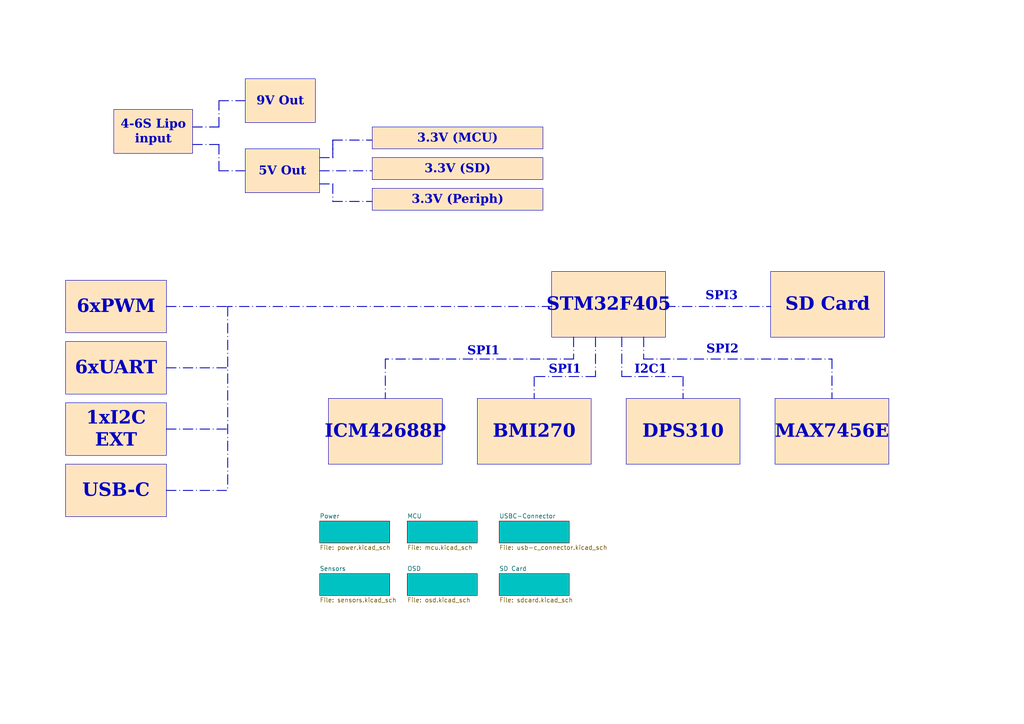
<source format=kicad_sch>
(kicad_sch
	(version 20250114)
	(generator "eeschema")
	(generator_version "9.0")
	(uuid "a576fc16-d878-4fc8-ad99-3104f7acc4db")
	(paper "A4")
	(title_block
		(title "Block Diagram")
		(date "2025-05-23")
		(rev "Rev1")
	)
	(lib_symbols)
	(text "SPI3\n"
		(exclude_from_sim no)
		(at 209.296 86.614 0)
		(effects
			(font
				(face "Times New Roman")
				(size 2.54 2.54)
				(bold yes)
			)
		)
		(uuid "21531f38-cd3f-48d1-8180-ab29d0d3445c")
	)
	(text "I2C1"
		(exclude_from_sim no)
		(at 188.722 107.95 0)
		(effects
			(font
				(face "Times New Roman")
				(size 2.54 2.54)
				(bold yes)
			)
		)
		(uuid "285b6483-d1b4-4af4-8899-3cd4aa0a5698")
	)
	(text "SPI1"
		(exclude_from_sim no)
		(at 163.83 107.95 0)
		(effects
			(font
				(face "Times New Roman")
				(size 2.54 2.54)
				(bold yes)
			)
		)
		(uuid "41eb85e2-37d7-4905-8727-2471ffac70ab")
	)
	(text "SPI1"
		(exclude_from_sim no)
		(at 140.208 102.616 0)
		(effects
			(font
				(face "Times New Roman")
				(size 2.54 2.54)
				(bold yes)
			)
		)
		(uuid "b4d7ff9d-b280-4363-9b41-383fb881c899")
	)
	(text "SPI2\n"
		(exclude_from_sim no)
		(at 209.55 102.108 0)
		(effects
			(font
				(face "Times New Roman")
				(size 2.54 2.54)
				(bold yes)
			)
		)
		(uuid "f8c75ff3-3675-43eb-82b6-cef1e26b1514")
	)
	(text_box "DPS310"
		(exclude_from_sim no)
		(at 181.61 115.57 0)
		(size 33.02 19.05)
		(margins 0.9525 0.9525 0.9525 0.9525)
		(stroke
			(width 0)
			(type solid)
		)
		(fill
			(type color)
			(color 255 229 191 1)
		)
		(effects
			(font
				(face "Times New Roman")
				(size 3.81 3.81)
				(bold yes)
			)
		)
		(uuid "031fd479-8875-473d-b710-d70af09ce6f9")
	)
	(text_box "5V Out\n"
		(exclude_from_sim no)
		(at 71.12 43.18 0)
		(size 21.59 12.7)
		(margins 0.9525 0.9525 0.9525 0.9525)
		(stroke
			(width 0)
			(type solid)
		)
		(fill
			(type color)
			(color 255 229 191 1)
		)
		(effects
			(font
				(face "Times New Roman")
				(size 2.54 2.54)
				(thickness 0.508)
				(bold yes)
			)
		)
		(uuid "1cc9f7da-5a71-4f25-bbcd-047206c85235")
	)
	(text_box "1xI2C EXT"
		(exclude_from_sim no)
		(at 19.05 116.84 0)
		(size 29.21 15.24)
		(margins 0.9525 0.9525 0.9525 0.9525)
		(stroke
			(width 0)
			(type solid)
		)
		(fill
			(type color)
			(color 255 229 191 1)
		)
		(effects
			(font
				(face "Times New Roman")
				(size 3.81 3.81)
				(bold yes)
			)
		)
		(uuid "33a13c86-f93c-4da6-97bf-8331c93031df")
	)
	(text_box "SD Card"
		(exclude_from_sim no)
		(at 223.52 78.74 0)
		(size 33.02 19.05)
		(margins 0.9525 0.9525 0.9525 0.9525)
		(stroke
			(width 0)
			(type solid)
		)
		(fill
			(type color)
			(color 255 229 191 1)
		)
		(effects
			(font
				(face "Times New Roman")
				(size 3.81 3.81)
				(bold yes)
			)
		)
		(uuid "35789491-ed00-407c-a29e-fcdfe9be1f60")
	)
	(text_box "6xPWM"
		(exclude_from_sim no)
		(at 19.05 81.28 0)
		(size 29.21 15.24)
		(margins 0.9525 0.9525 0.9525 0.9525)
		(stroke
			(width 0)
			(type solid)
		)
		(fill
			(type color)
			(color 255 229 191 1)
		)
		(effects
			(font
				(face "Times New Roman")
				(size 3.81 3.81)
				(bold yes)
			)
		)
		(uuid "415512cf-a226-4acc-9036-7082a0eedd49")
	)
	(text_box "9V Out\n"
		(exclude_from_sim no)
		(at 71.12 22.86 0)
		(size 20.32 12.7)
		(margins 0.9525 0.9525 0.9525 0.9525)
		(stroke
			(width 0)
			(type solid)
		)
		(fill
			(type color)
			(color 255 229 191 1)
		)
		(effects
			(font
				(face "Times New Roman")
				(size 2.54 2.54)
				(thickness 0.508)
				(bold yes)
			)
		)
		(uuid "5efec5ee-a502-4053-bf1b-74343e983474")
	)
	(text_box "MAX7456E"
		(exclude_from_sim no)
		(at 224.79 115.57 0)
		(size 33.02 19.05)
		(margins 0.9525 0.9525 0.9525 0.9525)
		(stroke
			(width 0)
			(type solid)
		)
		(fill
			(type color)
			(color 255 229 191 1)
		)
		(effects
			(font
				(face "Times New Roman")
				(size 3.81 3.81)
				(bold yes)
			)
		)
		(uuid "67103dca-7407-40f1-a4f8-6640788997bc")
	)
	(text_box "3.3V (MCU)\n"
		(exclude_from_sim no)
		(at 107.95 36.83 0)
		(size 49.53 6.35)
		(margins 0.9525 0.9525 0.9525 0.9525)
		(stroke
			(width 0)
			(type solid)
		)
		(fill
			(type color)
			(color 255 229 191 1)
		)
		(effects
			(font
				(face "Times New Roman")
				(size 2.54 2.54)
				(thickness 0.508)
				(bold yes)
			)
		)
		(uuid "76956caa-3b8b-4b43-98ab-5fdf84b299b4")
	)
	(text_box "3.3V (Periph)\n"
		(exclude_from_sim no)
		(at 107.95 54.61 0)
		(size 49.53 6.35)
		(margins 0.9525 0.9525 0.9525 0.9525)
		(stroke
			(width 0)
			(type solid)
		)
		(fill
			(type color)
			(color 255 229 191 1)
		)
		(effects
			(font
				(face "Times New Roman")
				(size 2.54 2.54)
				(thickness 0.508)
				(bold yes)
			)
		)
		(uuid "7e3375ae-2b2d-453d-ab33-a8d63517051a")
	)
	(text_box "SpeedyBee F4V4 Clone\n\nSTM32F405\nICM42688P\nDPS310\nAT7456E OSD\n------------\n9xPWM\n1xRC INPUT\n6xSERIAL PORTS\n1xI2C EXT\nMicro SD Card\n4 in 1 ESC connector\nUSB-C connector\n-----------------\n9V ~ 25V DC input power (3S-6S)\n5V 2A BEC for peripheral\n9V 2A for Video"
		(exclude_from_sim no)
		(at 311.15 26.67 0)
		(size 81.28 80.01)
		(margins 0.9525 0.9525 0.9525 0.9525)
		(stroke
			(width 0)
			(type solid)
		)
		(fill
			(type none)
		)
		(effects
			(font
				(size 2.54 2.54)
			)
			(justify left top)
		)
		(uuid "92b3eb71-facf-4d4e-97f9-e214e11f8c0d")
	)
	(text_box "6xUART"
		(exclude_from_sim no)
		(at 19.05 99.06 0)
		(size 29.21 15.24)
		(margins 0.9525 0.9525 0.9525 0.9525)
		(stroke
			(width 0)
			(type solid)
		)
		(fill
			(type color)
			(color 255 229 191 1)
		)
		(effects
			(font
				(face "Times New Roman")
				(size 3.81 3.81)
				(bold yes)
			)
		)
		(uuid "9d2e859a-f181-4dee-880c-a05a86b51a01")
	)
	(text_box "USB-C "
		(exclude_from_sim no)
		(at 19.05 134.62 0)
		(size 29.21 15.24)
		(margins 0.9525 0.9525 0.9525 0.9525)
		(stroke
			(width 0)
			(type solid)
		)
		(fill
			(type color)
			(color 255 229 191 1)
		)
		(effects
			(font
				(face "Times New Roman")
				(size 3.81 3.81)
				(bold yes)
			)
		)
		(uuid "beaac202-e758-4a30-94b3-5f1e46e47438")
	)
	(text_box "STM32F405"
		(exclude_from_sim no)
		(at 160.02 78.74 0)
		(size 33.02 19.05)
		(margins 0.9525 0.9525 0.9525 0.9525)
		(stroke
			(width 0)
			(type solid)
		)
		(fill
			(type color)
			(color 255 229 191 1)
		)
		(effects
			(font
				(face "Times New Roman")
				(size 3.81 3.81)
				(bold yes)
			)
		)
		(uuid "bf8244b6-791e-4c0e-88e2-f33e9c60c69c")
	)
	(text_box "4-6S Lipo input\n"
		(exclude_from_sim no)
		(at 33.02 31.75 0)
		(size 22.86 12.7)
		(margins 0.9525 0.9525 0.9525 0.9525)
		(stroke
			(width 0)
			(type solid)
		)
		(fill
			(type color)
			(color 255 229 191 1)
		)
		(effects
			(font
				(face "Times New Roman")
				(size 2.54 2.54)
				(thickness 0.508)
				(bold yes)
			)
		)
		(uuid "d75381a0-a9ea-430e-81e7-b2460a2085c5")
	)
	(text_box "BMI270"
		(exclude_from_sim no)
		(at 138.43 115.57 0)
		(size 33.02 19.05)
		(margins 0.9525 0.9525 0.9525 0.9525)
		(stroke
			(width 0)
			(type solid)
		)
		(fill
			(type color)
			(color 255 229 191 1)
		)
		(effects
			(font
				(face "Times New Roman")
				(size 3.81 3.81)
				(bold yes)
			)
		)
		(uuid "d9f87323-81b0-405b-959a-63b9c6a81b4b")
	)
	(text_box "ICM42688P"
		(exclude_from_sim no)
		(at 95.25 115.57 0)
		(size 33.02 19.05)
		(margins 0.9525 0.9525 0.9525 0.9525)
		(stroke
			(width 0)
			(type solid)
		)
		(fill
			(type color)
			(color 255 229 191 1)
		)
		(effects
			(font
				(face "Times New Roman")
				(size 3.81 3.81)
				(bold yes)
			)
		)
		(uuid "de667f59-bb40-4c98-95d7-b18eb77f2912")
	)
	(text_box "3.3V (SD)"
		(exclude_from_sim no)
		(at 107.95 45.72 0)
		(size 49.53 6.35)
		(margins 0.9525 0.9525 0.9525 0.9525)
		(stroke
			(width 0)
			(type solid)
		)
		(fill
			(type color)
			(color 255 229 191 1)
		)
		(effects
			(font
				(face "Times New Roman")
				(size 2.54 2.54)
				(thickness 0.508)
				(bold yes)
			)
		)
		(uuid "f1d369e6-f584-4f08-b816-fd759fa62644")
	)
	(polyline
		(pts
			(xy 66.04 88.9) (xy 66.04 142.24)
		)
		(stroke
			(width 0.254)
			(type dash_dot)
		)
		(uuid "09a32188-6db9-4257-931f-679c40e5c39c")
	)
	(polyline
		(pts
			(xy 63.5 36.83) (xy 63.5 29.21)
		)
		(stroke
			(width 0.254)
			(type dash_dot)
		)
		(uuid "09e92dcd-704b-4ccb-80a7-dd82e7df3a73")
	)
	(polyline
		(pts
			(xy 160.02 88.9) (xy 66.04 88.9)
		)
		(stroke
			(width 0.254)
			(type dash_dot)
		)
		(uuid "0a7e5071-51a1-4750-ba01-544d0f32c059")
	)
	(polyline
		(pts
			(xy 63.5 41.91) (xy 63.5 49.53)
		)
		(stroke
			(width 0.254)
			(type dash_dot)
		)
		(uuid "0de9a294-5367-4cd4-8486-d25e9b741159")
	)
	(polyline
		(pts
			(xy 96.52 40.64) (xy 96.52 45.72)
		)
		(stroke
			(width 0.254)
			(type dash_dot)
		)
		(uuid "0f38ce80-b147-4b44-bdba-808947b33ef6")
	)
	(polyline
		(pts
			(xy 96.52 58.42) (xy 107.95 58.42)
		)
		(stroke
			(width 0.254)
			(type dash_dot)
		)
		(uuid "11adb0f4-24e0-44fb-9f68-ff6986745197")
	)
	(polyline
		(pts
			(xy 193.04 88.9) (xy 223.52 88.9)
		)
		(stroke
			(width 0.254)
			(type dash_dot)
		)
		(uuid "139779cc-d8d1-4734-ad74-25476793e321")
	)
	(polyline
		(pts
			(xy 186.69 97.79) (xy 186.69 104.14)
		)
		(stroke
			(width 0.254)
			(type dash_dot)
		)
		(uuid "1ec94ad4-4649-43c4-a11a-ea749342df46")
	)
	(polyline
		(pts
			(xy 48.26 124.46) (xy 66.04 124.46)
		)
		(stroke
			(width 0.254)
			(type dash_dot)
		)
		(uuid "1f05042d-7da4-4717-8c60-cdfc51b0edf2")
	)
	(polyline
		(pts
			(xy 48.26 142.24) (xy 66.04 142.24)
		)
		(stroke
			(width 0.254)
			(type dash_dot)
		)
		(uuid "1fdb835b-2b35-4d2d-83d4-2328490859b0")
	)
	(polyline
		(pts
			(xy 96.52 40.64) (xy 107.95 40.64)
		)
		(stroke
			(width 0.254)
			(type dash_dot)
		)
		(uuid "25172a43-165f-4ce3-b032-44a20c354913")
	)
	(polyline
		(pts
			(xy 154.94 109.22) (xy 154.94 115.57)
		)
		(stroke
			(width 0.254)
			(type dash_dot)
		)
		(uuid "2b981d0f-76b2-4ea6-9b28-2f18263bbf89")
	)
	(polyline
		(pts
			(xy 63.5 49.53) (xy 71.12 49.53)
		)
		(stroke
			(width 0.254)
			(type dash_dot)
		)
		(uuid "35345a40-e671-4fe5-a0fc-d90fcc2515cb")
	)
	(polyline
		(pts
			(xy 180.34 109.22) (xy 198.12 109.22)
		)
		(stroke
			(width 0.254)
			(type dash_dot)
		)
		(uuid "56b384ed-a210-4302-8af7-c44a729f458d")
	)
	(polyline
		(pts
			(xy 180.34 97.79) (xy 180.34 109.22)
		)
		(stroke
			(width 0.254)
			(type dash_dot)
		)
		(uuid "5a3f8790-d323-4517-bac8-91bda90b6170")
	)
	(polyline
		(pts
			(xy 172.72 97.79) (xy 172.72 109.22)
		)
		(stroke
			(width 0.254)
			(type dash_dot)
		)
		(uuid "5a9afd02-5db1-47c6-9596-917d380cad4b")
	)
	(polyline
		(pts
			(xy 198.12 109.22) (xy 198.12 115.57)
		)
		(stroke
			(width 0.254)
			(type dash_dot)
		)
		(uuid "5b217fad-6d15-430d-b4e6-410392e5daa0")
	)
	(polyline
		(pts
			(xy 166.37 97.79) (xy 166.37 104.14)
		)
		(stroke
			(width 0.254)
			(type dash_dot)
		)
		(uuid "64f97b57-e2cc-4fcf-b686-4800900d7ca8")
	)
	(polyline
		(pts
			(xy 55.88 41.91) (xy 63.5 41.91)
		)
		(stroke
			(width 0.254)
			(type dash_dot)
		)
		(uuid "751e2a56-d286-4b76-a103-692b0212eb4f")
	)
	(polyline
		(pts
			(xy 92.71 49.53) (xy 107.95 49.53)
		)
		(stroke
			(width 0.254)
			(type dash_dot)
		)
		(uuid "762c0702-00ce-4a50-b6b2-560bf7087553")
	)
	(polyline
		(pts
			(xy 241.3 104.14) (xy 241.3 115.57)
		)
		(stroke
			(width 0.254)
			(type dash_dot)
		)
		(uuid "7ed92a3c-049b-4b47-8a16-e2cfafb6f6ab")
	)
	(polyline
		(pts
			(xy 111.76 104.14) (xy 111.76 115.57)
		)
		(stroke
			(width 0.254)
			(type dash_dot)
		)
		(uuid "83d08731-2cd3-464e-aaea-a3a2a6761ae8")
	)
	(polyline
		(pts
			(xy 92.71 53.34) (xy 96.52 53.34)
		)
		(stroke
			(width 0.254)
			(type dash_dot)
		)
		(uuid "84573b91-41ce-49fe-9d08-0a82e0ded7da")
	)
	(polyline
		(pts
			(xy 63.5 29.21) (xy 71.12 29.21)
		)
		(stroke
			(width 0.254)
			(type dash_dot)
		)
		(uuid "88f7a912-f1b2-43d7-8032-f621b0c0dfcd")
	)
	(polyline
		(pts
			(xy 55.88 36.83) (xy 63.5 36.83)
		)
		(stroke
			(width 0.254)
			(type dash_dot)
		)
		(uuid "8bb66ab2-5981-471e-83b1-4f99b53c4828")
	)
	(polyline
		(pts
			(xy 186.69 104.14) (xy 241.3 104.14)
		)
		(stroke
			(width 0.254)
			(type dash_dot)
		)
		(uuid "8cc06d80-4871-4284-8671-ce49a5ff32f0")
	)
	(polyline
		(pts
			(xy 48.26 106.68) (xy 66.04 106.68)
		)
		(stroke
			(width 0.254)
			(type dash_dot)
		)
		(uuid "8de27774-117d-469e-8a7f-8066d6f4e429")
	)
	(polyline
		(pts
			(xy 48.26 88.9) (xy 66.04 88.9)
		)
		(stroke
			(width 0.254)
			(type dash_dot)
		)
		(uuid "9b1ab6af-3023-40c6-a073-57ce54d13800")
	)
	(polyline
		(pts
			(xy 96.52 53.34) (xy 96.52 58.42)
		)
		(stroke
			(width 0.254)
			(type dash_dot)
		)
		(uuid "a99c7f6a-1c26-430e-936d-702a9ea5365e")
	)
	(polyline
		(pts
			(xy 96.52 45.72) (xy 96.52 40.64)
		)
		(stroke
			(width 0.254)
			(type dash_dot)
		)
		(uuid "b0fc5553-c942-4b6b-b011-b1042ce2bf99")
	)
	(polyline
		(pts
			(xy 172.72 109.22) (xy 154.94 109.22)
		)
		(stroke
			(width 0.254)
			(type dash_dot)
		)
		(uuid "c91a2c10-8864-4f39-a399-3346eb729d3d")
	)
	(polyline
		(pts
			(xy 92.71 45.72) (xy 96.52 45.72)
		)
		(stroke
			(width 0.254)
			(type dash_dot)
		)
		(uuid "d13899d6-5055-4a0f-86e6-b83e5b267e69")
	)
	(polyline
		(pts
			(xy 166.37 104.14) (xy 111.76 104.14)
		)
		(stroke
			(width 0.254)
			(type dash_dot)
		)
		(uuid "edafa0fa-cff1-4050-a649-8574930c0093")
	)
	(sheet
		(at 144.78 166.37)
		(size 20.32 6.35)
		(exclude_from_sim no)
		(in_bom yes)
		(on_board yes)
		(dnp no)
		(fields_autoplaced yes)
		(stroke
			(width 0.1524)
			(type solid)
		)
		(fill
			(color 0 194 194 1.0000)
		)
		(uuid "4c0b08fd-98ac-41d7-a51e-788786f8b50d")
		(property "Sheetname" "SD Card"
			(at 144.78 165.6584 0)
			(effects
				(font
					(size 1.27 1.27)
				)
				(justify left bottom)
			)
		)
		(property "Sheetfile" "sdcard.kicad_sch"
			(at 144.78 173.3046 0)
			(effects
				(font
					(size 1.27 1.27)
				)
				(justify left top)
			)
		)
		(instances
			(project "speedybeef4v4_clone"
				(path "/a576fc16-d878-4fc8-ad99-3104f7acc4db"
					(page "6")
				)
			)
		)
	)
	(sheet
		(at 92.71 151.13)
		(size 20.32 6.35)
		(exclude_from_sim no)
		(in_bom yes)
		(on_board yes)
		(dnp no)
		(fields_autoplaced yes)
		(stroke
			(width 0.1524)
			(type solid)
		)
		(fill
			(color 0 194 194 1.0000)
		)
		(uuid "5f12595f-6e1d-4fa1-b771-24fcb9e66d39")
		(property "Sheetname" "Power"
			(at 92.71 150.4184 0)
			(effects
				(font
					(size 1.27 1.27)
				)
				(justify left bottom)
			)
		)
		(property "Sheetfile" "power.kicad_sch"
			(at 92.71 158.0646 0)
			(effects
				(font
					(size 1.27 1.27)
				)
				(justify left top)
			)
		)
		(instances
			(project "speedybeef4v4_clone"
				(path "/a576fc16-d878-4fc8-ad99-3104f7acc4db"
					(page "2")
				)
			)
		)
	)
	(sheet
		(at 92.71 166.37)
		(size 20.32 6.35)
		(exclude_from_sim no)
		(in_bom yes)
		(on_board yes)
		(dnp no)
		(fields_autoplaced yes)
		(stroke
			(width 0.1524)
			(type solid)
		)
		(fill
			(color 0 194 194 1.0000)
		)
		(uuid "6baa0e38-77ef-4b68-a438-b7959bc1ece4")
		(property "Sheetname" "Sensors"
			(at 92.71 165.6584 0)
			(effects
				(font
					(size 1.27 1.27)
				)
				(justify left bottom)
			)
		)
		(property "Sheetfile" "sensors.kicad_sch"
			(at 92.71 173.3046 0)
			(effects
				(font
					(size 1.27 1.27)
				)
				(justify left top)
			)
		)
		(instances
			(project "speedybeef4v4_clone"
				(path "/a576fc16-d878-4fc8-ad99-3104f7acc4db"
					(page "4")
				)
			)
		)
	)
	(sheet
		(at 118.11 166.37)
		(size 20.32 6.35)
		(exclude_from_sim no)
		(in_bom yes)
		(on_board yes)
		(dnp no)
		(fields_autoplaced yes)
		(stroke
			(width 0.1524)
			(type solid)
		)
		(fill
			(color 0 194 194 1.0000)
		)
		(uuid "6f919526-d180-4ca8-8ee1-13dc561f49b3")
		(property "Sheetname" "OSD"
			(at 118.11 165.6584 0)
			(effects
				(font
					(size 1.27 1.27)
				)
				(justify left bottom)
			)
		)
		(property "Sheetfile" "osd.kicad_sch"
			(at 118.11 173.3046 0)
			(effects
				(font
					(size 1.27 1.27)
				)
				(justify left top)
			)
		)
		(instances
			(project "speedybeef4v4_clone"
				(path "/a576fc16-d878-4fc8-ad99-3104f7acc4db"
					(page "5")
				)
			)
		)
	)
	(sheet
		(at 144.78 151.13)
		(size 20.32 6.35)
		(exclude_from_sim no)
		(in_bom yes)
		(on_board yes)
		(dnp no)
		(fields_autoplaced yes)
		(stroke
			(width 0.1524)
			(type solid)
		)
		(fill
			(color 0 194 194 1.0000)
		)
		(uuid "76a1f5a0-d712-4c9d-8c8c-010ac6725a47")
		(property "Sheetname" "USBC-Connector"
			(at 144.78 150.4184 0)
			(effects
				(font
					(size 1.27 1.27)
				)
				(justify left bottom)
			)
		)
		(property "Sheetfile" "usb-c_connector.kicad_sch"
			(at 144.78 158.0646 0)
			(effects
				(font
					(size 1.27 1.27)
				)
				(justify left top)
			)
		)
		(instances
			(project "speedybeef4v4_clone"
				(path "/a576fc16-d878-4fc8-ad99-3104f7acc4db"
					(page "7")
				)
			)
		)
	)
	(sheet
		(at 118.11 151.13)
		(size 20.32 6.35)
		(exclude_from_sim no)
		(in_bom yes)
		(on_board yes)
		(dnp no)
		(fields_autoplaced yes)
		(stroke
			(width 0.1524)
			(type solid)
		)
		(fill
			(color 0 194 194 1.0000)
		)
		(uuid "9a593847-a90e-4779-bfb7-f7a1c0c96efe")
		(property "Sheetname" "MCU"
			(at 118.11 150.4184 0)
			(effects
				(font
					(size 1.27 1.27)
				)
				(justify left bottom)
			)
		)
		(property "Sheetfile" "mcu.kicad_sch"
			(at 118.11 158.0646 0)
			(effects
				(font
					(size 1.27 1.27)
				)
				(justify left top)
			)
		)
		(instances
			(project "speedybeef4v4_clone"
				(path "/a576fc16-d878-4fc8-ad99-3104f7acc4db"
					(page "3")
				)
			)
		)
	)
	(sheet_instances
		(path "/"
			(page "1")
		)
	)
	(embedded_fonts no)
)

</source>
